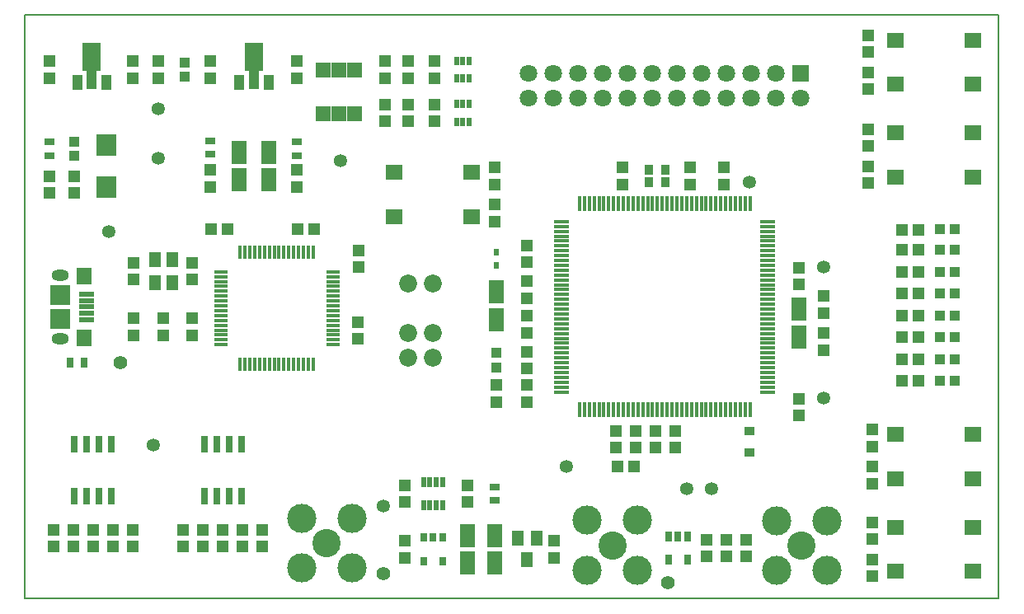
<source format=gts>
G04 Layer_Color=8388736*
%FSLAX44Y44*%
%MOMM*%
G71*
G01*
G75*
%ADD46C,0.1270*%
%ADD63R,1.2032X1.3032*%
%ADD64R,1.3032X1.2032*%
%ADD65C,1.3532*%
%ADD66R,0.7032X1.1032*%
%ADD67R,1.5032X1.5032*%
%ADD68R,1.7532X1.5032*%
%ADD69R,0.4532X1.6032*%
%ADD70R,1.6032X0.4532*%
%ADD71R,0.8032X1.8032*%
%ADD72R,0.6032X0.6832*%
%ADD73R,1.0032X1.0032*%
%ADD74R,0.5032X0.8632*%
%ADD75R,1.3032X1.5032*%
%ADD76R,1.5532X2.4032*%
%ADD77R,2.1032X2.1032*%
%ADD78R,1.6032X1.8032*%
%ADD79R,1.5532X0.6032*%
%ADD80R,1.0032X1.0032*%
%ADD81R,2.0032X2.3032*%
%ADD82R,1.0032X0.8032*%
%ADD83R,1.9032X2.9032*%
%ADD84R,1.1032X1.5032*%
%ADD85R,1.1032X2.1032*%
%ADD86R,0.9032X1.0032*%
%ADD87R,1.4032X0.4232*%
%ADD88R,0.4232X1.4032*%
%ADD89R,1.0332X0.8332*%
%ADD90R,1.2032X1.6032*%
%ADD91R,0.7032X0.9032*%
%ADD92R,0.6032X1.1032*%
%ADD93R,0.8032X1.0032*%
%ADD94C,2.9032*%
%ADD95C,3.0032*%
%ADD96C,1.8034*%
%ADD97R,1.8034X1.8034*%
%ADD98O,1.8032X1.1032*%
%ADD99C,1.8432*%
%ADD100C,1.4032*%
D46*
X0Y0D02*
Y600000D01*
X1000000D01*
Y0D02*
Y600000D01*
X0Y0D02*
X1000000D01*
D63*
X607060Y155330D02*
D03*
Y172330D02*
D03*
X627380Y155330D02*
D03*
Y172330D02*
D03*
X699770Y43570D02*
D03*
Y60570D02*
D03*
X683260Y442840D02*
D03*
Y425840D02*
D03*
X482600Y387740D02*
D03*
Y404740D02*
D03*
X182880Y70730D02*
D03*
Y53730D02*
D03*
X482600Y425840D02*
D03*
Y442840D02*
D03*
X483870Y219320D02*
D03*
Y202320D02*
D03*
X866140Y444110D02*
D03*
Y427110D02*
D03*
Y540630D02*
D03*
Y523630D02*
D03*
Y561730D02*
D03*
Y578730D02*
D03*
X869950Y156600D02*
D03*
Y173600D02*
D03*
Y61350D02*
D03*
Y78350D02*
D03*
Y40250D02*
D03*
Y23250D02*
D03*
X393700Y535060D02*
D03*
Y552060D02*
D03*
X369570Y535060D02*
D03*
Y552060D02*
D03*
X420370Y535060D02*
D03*
Y552060D02*
D03*
Y490610D02*
D03*
Y507610D02*
D03*
X393700Y490610D02*
D03*
Y507610D02*
D03*
X369570Y507610D02*
D03*
Y490610D02*
D03*
X613410Y442840D02*
D03*
Y425840D02*
D03*
X515620Y345830D02*
D03*
Y362830D02*
D03*
X668020Y155330D02*
D03*
Y172330D02*
D03*
X795020Y188350D02*
D03*
Y205350D02*
D03*
X171450Y287900D02*
D03*
Y270900D02*
D03*
X341630Y267090D02*
D03*
Y284090D02*
D03*
X190500Y423300D02*
D03*
Y440300D02*
D03*
X279400Y423300D02*
D03*
Y440300D02*
D03*
X342900Y340750D02*
D03*
Y357750D02*
D03*
X111760Y328050D02*
D03*
Y345050D02*
D03*
X171450Y328050D02*
D03*
Y345050D02*
D03*
X69850Y70730D02*
D03*
Y53730D02*
D03*
X866140Y465210D02*
D03*
Y482210D02*
D03*
X25400Y433950D02*
D03*
Y416950D02*
D03*
X110490Y552060D02*
D03*
Y535060D02*
D03*
X190500Y552060D02*
D03*
Y535060D02*
D03*
X279400Y552060D02*
D03*
Y535060D02*
D03*
X25400Y535060D02*
D03*
Y552060D02*
D03*
X111760Y287900D02*
D03*
Y270900D02*
D03*
X141605D02*
D03*
Y287900D02*
D03*
X29210Y70730D02*
D03*
Y53730D02*
D03*
X49530Y53730D02*
D03*
Y70730D02*
D03*
X110490Y70730D02*
D03*
Y53730D02*
D03*
X90170Y70730D02*
D03*
Y53730D02*
D03*
X869950Y135500D02*
D03*
Y118500D02*
D03*
X50800Y433950D02*
D03*
Y416950D02*
D03*
X137160Y552060D02*
D03*
Y535060D02*
D03*
X795020Y322970D02*
D03*
Y339970D02*
D03*
X647733Y172330D02*
D03*
Y155330D02*
D03*
X515620Y202320D02*
D03*
Y219320D02*
D03*
Y326000D02*
D03*
Y309000D02*
D03*
X515469Y273440D02*
D03*
Y290440D02*
D03*
X820420Y310760D02*
D03*
Y293760D02*
D03*
Y272660D02*
D03*
Y255660D02*
D03*
X717550Y425840D02*
D03*
Y442840D02*
D03*
X515620Y253610D02*
D03*
Y236610D02*
D03*
X203200Y70730D02*
D03*
Y53730D02*
D03*
X223520Y53730D02*
D03*
Y70730D02*
D03*
X162560Y53730D02*
D03*
Y70730D02*
D03*
X243840Y70730D02*
D03*
Y53730D02*
D03*
X543560Y42300D02*
D03*
Y59300D02*
D03*
X454660Y99450D02*
D03*
Y116450D02*
D03*
X389890Y99450D02*
D03*
Y116450D02*
D03*
Y42300D02*
D03*
Y59300D02*
D03*
X740410Y43570D02*
D03*
Y60570D02*
D03*
X720090Y60570D02*
D03*
Y43570D02*
D03*
D64*
X608720Y135890D02*
D03*
X625720D02*
D03*
X190890Y379730D02*
D03*
X207890D02*
D03*
X279790D02*
D03*
X296790D02*
D03*
X900820Y223520D02*
D03*
X917820D02*
D03*
X900820Y246017D02*
D03*
X917820D02*
D03*
X900820Y268514D02*
D03*
X917820D02*
D03*
X900820Y291011D02*
D03*
X917820D02*
D03*
X900820Y313508D02*
D03*
X917820D02*
D03*
X900820Y336006D02*
D03*
X917820D02*
D03*
X900820Y358503D02*
D03*
X917820D02*
D03*
X900820Y378558D02*
D03*
X917820D02*
D03*
D65*
X679450Y113030D02*
D03*
X820420Y205740D02*
D03*
Y340360D02*
D03*
X744220Y427990D02*
D03*
X85926Y377190D02*
D03*
X323850Y449580D02*
D03*
X368300Y95250D02*
D03*
X556260Y135890D02*
D03*
X137160Y452120D02*
D03*
Y502920D02*
D03*
X132080Y157480D02*
D03*
X704850Y113030D02*
D03*
D66*
X680060Y63570D02*
D03*
X670560D02*
D03*
X661060D02*
D03*
Y40570D02*
D03*
X680060D02*
D03*
D67*
X338580Y498200D02*
D03*
X322580D02*
D03*
X306580D02*
D03*
Y543200D02*
D03*
X322580D02*
D03*
X338580D02*
D03*
D68*
X379350Y437790D02*
D03*
X458850D02*
D03*
X379350Y392790D02*
D03*
X458850D02*
D03*
X973200Y528680D02*
D03*
X893700D02*
D03*
X973200Y573680D02*
D03*
X893700D02*
D03*
X973200Y433430D02*
D03*
X893700D02*
D03*
X973200Y478430D02*
D03*
X893700D02*
D03*
X973200Y123550D02*
D03*
X893700D02*
D03*
X973200Y168550D02*
D03*
X893700D02*
D03*
X973200Y28300D02*
D03*
X893700D02*
D03*
X973200Y73300D02*
D03*
X893700D02*
D03*
D69*
X744458Y406000D02*
D03*
X739458D02*
D03*
X734458D02*
D03*
X729458D02*
D03*
X724458D02*
D03*
X719458D02*
D03*
X714458D02*
D03*
X709458D02*
D03*
X704458D02*
D03*
X699458D02*
D03*
X694458D02*
D03*
X689458D02*
D03*
X684458D02*
D03*
X679458D02*
D03*
X674458D02*
D03*
X669458D02*
D03*
X664458D02*
D03*
X659458D02*
D03*
X654458D02*
D03*
X649458D02*
D03*
X644458D02*
D03*
X639459D02*
D03*
X634459D02*
D03*
X629459D02*
D03*
X624459D02*
D03*
X619459D02*
D03*
X614459D02*
D03*
X609459D02*
D03*
X604459D02*
D03*
X599459D02*
D03*
X594459D02*
D03*
X589459D02*
D03*
X584459D02*
D03*
X579459D02*
D03*
X574459D02*
D03*
X569459D02*
D03*
Y194000D02*
D03*
X574459D02*
D03*
X579459D02*
D03*
X584459D02*
D03*
X589459D02*
D03*
X594459D02*
D03*
X599459D02*
D03*
X604459D02*
D03*
X609459D02*
D03*
X614459D02*
D03*
X619459D02*
D03*
X624459D02*
D03*
X629459D02*
D03*
X634459D02*
D03*
X639459D02*
D03*
X644458D02*
D03*
X649458D02*
D03*
X654458D02*
D03*
X659458D02*
D03*
X664458D02*
D03*
X669458D02*
D03*
X674458D02*
D03*
X679458D02*
D03*
X684458D02*
D03*
X689458D02*
D03*
X694458D02*
D03*
X699458D02*
D03*
X704458D02*
D03*
X709458D02*
D03*
X714458D02*
D03*
X719458D02*
D03*
X724458D02*
D03*
X729458D02*
D03*
X734458D02*
D03*
X739458D02*
D03*
X744458D02*
D03*
D70*
X550959Y387500D02*
D03*
Y382500D02*
D03*
Y377500D02*
D03*
Y372500D02*
D03*
Y367500D02*
D03*
Y362500D02*
D03*
Y357500D02*
D03*
Y352500D02*
D03*
Y347500D02*
D03*
Y342500D02*
D03*
Y337500D02*
D03*
Y332500D02*
D03*
Y327500D02*
D03*
Y322500D02*
D03*
Y317500D02*
D03*
Y312500D02*
D03*
Y307500D02*
D03*
Y302500D02*
D03*
Y297500D02*
D03*
Y292500D02*
D03*
Y287500D02*
D03*
Y282500D02*
D03*
Y277500D02*
D03*
Y272500D02*
D03*
Y267500D02*
D03*
Y262500D02*
D03*
Y257500D02*
D03*
Y252500D02*
D03*
Y247500D02*
D03*
Y242500D02*
D03*
Y237500D02*
D03*
Y232500D02*
D03*
Y227500D02*
D03*
Y222500D02*
D03*
Y217500D02*
D03*
Y212500D02*
D03*
X762959D02*
D03*
Y217500D02*
D03*
Y222500D02*
D03*
Y227500D02*
D03*
Y232500D02*
D03*
Y237500D02*
D03*
Y242500D02*
D03*
Y247500D02*
D03*
Y252500D02*
D03*
Y257500D02*
D03*
Y262500D02*
D03*
Y267500D02*
D03*
Y272500D02*
D03*
Y277500D02*
D03*
Y282500D02*
D03*
Y287500D02*
D03*
Y292500D02*
D03*
Y297500D02*
D03*
Y302500D02*
D03*
Y307500D02*
D03*
Y312500D02*
D03*
Y317500D02*
D03*
Y322500D02*
D03*
Y327500D02*
D03*
Y332500D02*
D03*
Y337500D02*
D03*
Y342500D02*
D03*
Y347500D02*
D03*
Y352500D02*
D03*
Y357500D02*
D03*
Y362500D02*
D03*
Y367500D02*
D03*
Y372500D02*
D03*
Y377500D02*
D03*
Y382500D02*
D03*
Y387500D02*
D03*
D71*
X222250Y105080D02*
D03*
X209550D02*
D03*
X196850D02*
D03*
X184150D02*
D03*
Y159080D02*
D03*
X196850D02*
D03*
X209550D02*
D03*
X222250D02*
D03*
X88900Y105080D02*
D03*
X76200D02*
D03*
X63500D02*
D03*
X50800D02*
D03*
Y159080D02*
D03*
X63500D02*
D03*
X76200D02*
D03*
X88900D02*
D03*
D72*
X483870Y342650D02*
D03*
Y355850D02*
D03*
D73*
Y252610D02*
D03*
Y237610D02*
D03*
X50800Y469780D02*
D03*
Y454780D02*
D03*
X163830Y536060D02*
D03*
Y551060D02*
D03*
D74*
X456080Y534360D02*
D03*
X449580D02*
D03*
X443080D02*
D03*
Y552760D02*
D03*
X449580D02*
D03*
X456080D02*
D03*
Y489910D02*
D03*
X449580D02*
D03*
X443080D02*
D03*
Y508310D02*
D03*
X449580D02*
D03*
X456080D02*
D03*
D75*
X151240Y348050D02*
D03*
Y325050D02*
D03*
X133240D02*
D03*
Y348050D02*
D03*
D76*
X219760Y430400D02*
D03*
X219660Y458600D02*
D03*
X250240Y430400D02*
D03*
X250140Y458600D02*
D03*
X483920Y286890D02*
D03*
X483820Y315090D02*
D03*
X795031Y269110D02*
D03*
X794931Y297310D02*
D03*
X482650Y36700D02*
D03*
X482550Y64900D02*
D03*
X454710Y36700D02*
D03*
X454610Y64900D02*
D03*
D77*
X36155Y287720D02*
D03*
Y311720D02*
D03*
D78*
X60655Y267720D02*
D03*
Y331720D02*
D03*
D79*
X62905Y286720D02*
D03*
Y293220D02*
D03*
Y299720D02*
D03*
Y306220D02*
D03*
Y312720D02*
D03*
D80*
X954920Y223520D02*
D03*
X939920D02*
D03*
X954920Y246017D02*
D03*
X939920D02*
D03*
X954920Y268514D02*
D03*
X939920D02*
D03*
X954920Y291011D02*
D03*
X939920D02*
D03*
X954920Y313508D02*
D03*
X939920D02*
D03*
X954920Y336006D02*
D03*
X939920D02*
D03*
X954920Y358503D02*
D03*
X939920D02*
D03*
X954920Y379857D02*
D03*
X939920D02*
D03*
D81*
X83820Y466500D02*
D03*
Y422500D02*
D03*
D82*
X279400Y469280D02*
D03*
Y455280D02*
D03*
X190500Y470550D02*
D03*
Y456550D02*
D03*
X25400Y455280D02*
D03*
Y469280D02*
D03*
X482600Y114950D02*
D03*
Y100950D02*
D03*
D83*
X234950Y556560D02*
D03*
X68580D02*
D03*
D84*
X249950Y530560D02*
D03*
X219950D02*
D03*
X83580D02*
D03*
X53580D02*
D03*
D85*
X234950Y533560D02*
D03*
X68580D02*
D03*
D86*
X657220Y440590D02*
D03*
X640720D02*
D03*
Y428090D02*
D03*
X657220D02*
D03*
D87*
X201343Y335950D02*
D03*
Y330950D02*
D03*
Y325950D02*
D03*
Y320950D02*
D03*
Y315950D02*
D03*
Y310950D02*
D03*
Y305950D02*
D03*
Y300950D02*
D03*
Y295950D02*
D03*
Y290950D02*
D03*
Y285950D02*
D03*
Y280950D02*
D03*
Y275950D02*
D03*
Y270950D02*
D03*
Y265950D02*
D03*
Y260950D02*
D03*
X316343D02*
D03*
Y265950D02*
D03*
Y270950D02*
D03*
Y275950D02*
D03*
Y280950D02*
D03*
Y285950D02*
D03*
Y290950D02*
D03*
Y295950D02*
D03*
Y300950D02*
D03*
Y305950D02*
D03*
Y310950D02*
D03*
Y315950D02*
D03*
Y320950D02*
D03*
Y325950D02*
D03*
Y330950D02*
D03*
Y335950D02*
D03*
D88*
X220844Y240950D02*
D03*
X225844D02*
D03*
X230844D02*
D03*
X235844D02*
D03*
X240844D02*
D03*
X245844D02*
D03*
X250844D02*
D03*
X255844D02*
D03*
X260844D02*
D03*
X265844D02*
D03*
X270844D02*
D03*
X275844D02*
D03*
X280844D02*
D03*
X285844D02*
D03*
X290844D02*
D03*
X295844D02*
D03*
Y355950D02*
D03*
X290844D02*
D03*
X285844D02*
D03*
X280844D02*
D03*
X270844D02*
D03*
X265844D02*
D03*
X260844D02*
D03*
X255844D02*
D03*
X250844D02*
D03*
X245844D02*
D03*
X240844D02*
D03*
X235844D02*
D03*
X230844D02*
D03*
X225844D02*
D03*
X220844D02*
D03*
X275844D02*
D03*
D89*
X744220Y172440D02*
D03*
Y150140D02*
D03*
D90*
X515620Y39800D02*
D03*
X506120Y61800D02*
D03*
X525120D02*
D03*
D91*
X428600Y38550D02*
D03*
X409600D02*
D03*
Y63050D02*
D03*
X419100D02*
D03*
X428600D02*
D03*
D92*
X428850Y119950D02*
D03*
X422350D02*
D03*
X415850D02*
D03*
X409350D02*
D03*
Y95950D02*
D03*
X415850D02*
D03*
X422350D02*
D03*
X428850D02*
D03*
D93*
X60340Y242570D02*
D03*
X46340D02*
D03*
D94*
X309880Y57150D02*
D03*
X797493Y54610D02*
D03*
X603250Y54917D02*
D03*
D95*
X284130Y31400D02*
D03*
X335630D02*
D03*
X284130Y82900D02*
D03*
X335630D02*
D03*
X771743Y28860D02*
D03*
X823243D02*
D03*
X771743Y80360D02*
D03*
X823243D02*
D03*
X629000Y80667D02*
D03*
X577500D02*
D03*
X629000Y29167D02*
D03*
X577500D02*
D03*
D96*
X567690Y514350D02*
D03*
Y539750D02*
D03*
X593090Y514350D02*
D03*
Y539750D02*
D03*
X618490Y514350D02*
D03*
Y539750D02*
D03*
X643890Y514350D02*
D03*
Y539750D02*
D03*
X669290Y514350D02*
D03*
Y539750D02*
D03*
X694690Y514350D02*
D03*
Y539750D02*
D03*
X720090Y514350D02*
D03*
Y539750D02*
D03*
X745490Y514350D02*
D03*
Y539750D02*
D03*
X770890Y514350D02*
D03*
Y539750D02*
D03*
X796290Y514350D02*
D03*
X516890D02*
D03*
Y539750D02*
D03*
X542290Y514350D02*
D03*
Y539750D02*
D03*
D97*
X796290D02*
D03*
D98*
X36155Y266720D02*
D03*
Y332720D02*
D03*
D99*
X393700Y323850D02*
D03*
X419100D02*
D03*
X393700Y247650D02*
D03*
X419100D02*
D03*
Y273050D02*
D03*
X393700D02*
D03*
D100*
X97790Y242570D02*
D03*
X368300Y25400D02*
D03*
X660400Y16510D02*
D03*
M02*

</source>
